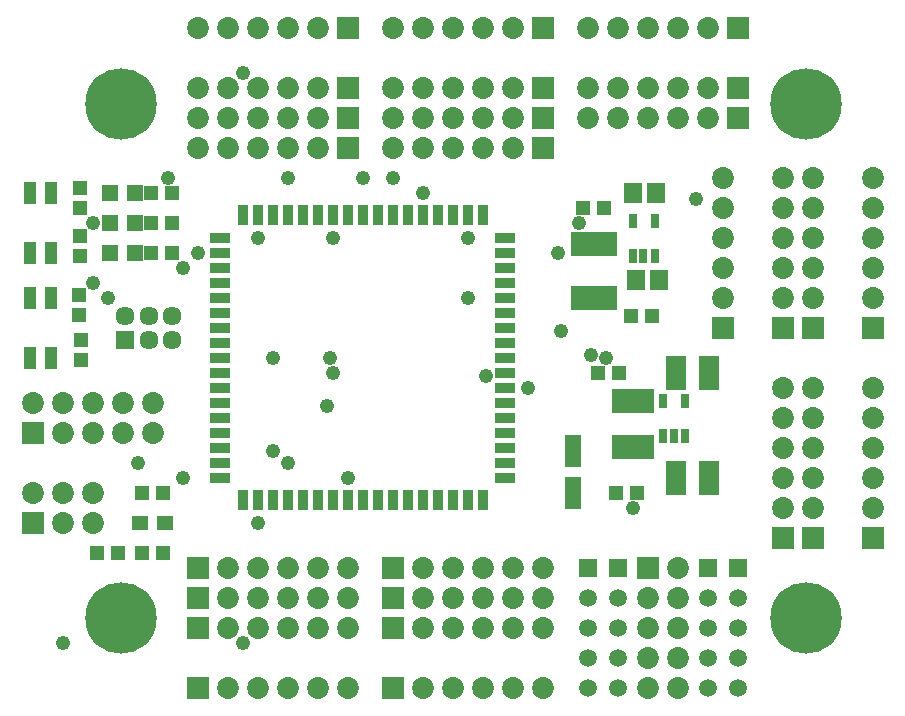
<source format=gts>
G75*
G70*
%OFA0B0*%
%FSLAX24Y24*%
%IPPOS*%
%LPD*%
%AMOC8*
5,1,8,0,0,1.08239X$1,22.5*
%
%ADD10C,0.2380*%
%ADD11R,0.0680X0.0380*%
%ADD12R,0.0380X0.0680*%
%ADD13R,0.0474X0.0513*%
%ADD14R,0.0513X0.0474*%
%ADD15R,0.0552X0.0474*%
%ADD16R,0.0400X0.0740*%
%ADD17R,0.0580X0.1080*%
%ADD18R,0.1580X0.0840*%
%ADD19R,0.0710X0.1143*%
%ADD20R,0.1419X0.0828*%
%ADD21R,0.0730X0.0730*%
%ADD22C,0.0730*%
%ADD23R,0.0634X0.0634*%
%ADD24C,0.0634*%
%ADD25R,0.0552X0.0552*%
%ADD26R,0.0592X0.0671*%
%ADD27R,0.0280X0.0480*%
%ADD28R,0.0595X0.0595*%
%ADD29C,0.0595*%
%ADD30C,0.0480*%
D10*
X009806Y005739D03*
X032636Y005739D03*
X032636Y022869D03*
X009806Y022869D03*
D11*
X013116Y018399D03*
X013116Y017899D03*
X013116Y017399D03*
X013116Y016899D03*
X013116Y016399D03*
X013116Y015899D03*
X013116Y015399D03*
X013116Y014899D03*
X013116Y014399D03*
X013116Y013899D03*
X013116Y013399D03*
X013116Y012899D03*
X013116Y012399D03*
X013116Y011899D03*
X013116Y011399D03*
X013116Y010899D03*
X013116Y010399D03*
X022616Y010399D03*
X022616Y010899D03*
X022616Y011399D03*
X022616Y011899D03*
X022616Y012399D03*
X022616Y012899D03*
X022616Y013399D03*
X022616Y013899D03*
X022616Y014399D03*
X022616Y014899D03*
X022616Y015399D03*
X022616Y015899D03*
X022616Y016399D03*
X022616Y016899D03*
X022616Y017399D03*
X022616Y017899D03*
X022616Y018399D03*
D12*
X021866Y019149D03*
X021366Y019149D03*
X020866Y019149D03*
X020366Y019149D03*
X019866Y019149D03*
X019366Y019149D03*
X018866Y019149D03*
X018366Y019149D03*
X017866Y019149D03*
X017366Y019149D03*
X016866Y019149D03*
X016366Y019149D03*
X015866Y019149D03*
X015366Y019149D03*
X014866Y019149D03*
X014366Y019149D03*
X013866Y019149D03*
X013866Y009649D03*
X014366Y009649D03*
X014866Y009649D03*
X015366Y009649D03*
X015866Y009649D03*
X016366Y009649D03*
X016866Y009649D03*
X017366Y009649D03*
X017866Y009649D03*
X018366Y009649D03*
X018866Y009649D03*
X019366Y009649D03*
X019866Y009649D03*
X020366Y009649D03*
X020866Y009649D03*
X021366Y009649D03*
X021866Y009649D03*
D13*
X008476Y014324D03*
X008476Y014993D03*
X008416Y015844D03*
X008416Y016513D03*
X008456Y017804D03*
X008456Y018473D03*
X008446Y019384D03*
X008446Y020053D03*
D14*
X010831Y019899D03*
X011500Y019899D03*
X011500Y018899D03*
X010831Y018899D03*
X010831Y017899D03*
X011500Y017899D03*
X011200Y009899D03*
X010531Y009899D03*
X010531Y007899D03*
X011200Y007899D03*
X009700Y007899D03*
X009031Y007899D03*
X025231Y019399D03*
X025900Y019399D03*
X026831Y015799D03*
X027500Y015799D03*
X026400Y013899D03*
X025731Y013899D03*
X026331Y009899D03*
X027000Y009899D03*
D15*
X011299Y008899D03*
X010433Y008899D03*
D16*
X007466Y014399D03*
X006766Y014399D03*
X006766Y016399D03*
X007466Y016399D03*
X007466Y017899D03*
X006766Y017899D03*
X006766Y019899D03*
X007466Y019899D03*
D17*
X024866Y011299D03*
X024866Y009899D03*
D18*
X025566Y016399D03*
X025566Y018199D03*
D19*
X028315Y013899D03*
X029417Y013899D03*
X029417Y010399D03*
X028315Y010399D03*
D20*
X026866Y011431D03*
X026866Y012966D03*
D21*
X029866Y015399D03*
X031866Y015399D03*
X032866Y015399D03*
X034866Y015399D03*
X034866Y008399D03*
X032866Y008399D03*
X031866Y008399D03*
X027366Y007399D03*
X018866Y007399D03*
X018866Y006399D03*
X018866Y005399D03*
X018866Y003399D03*
X012366Y003399D03*
X012366Y005399D03*
X012366Y006399D03*
X012366Y007399D03*
X006866Y008899D03*
X006866Y011899D03*
X017366Y021399D03*
X017366Y022399D03*
X017366Y023399D03*
X017366Y025399D03*
X023866Y025399D03*
X023866Y023399D03*
X023866Y022399D03*
X023866Y021399D03*
X030366Y022399D03*
X030366Y023399D03*
X030366Y025399D03*
D22*
X029366Y025399D03*
X028366Y025399D03*
X027366Y025399D03*
X026366Y025399D03*
X025366Y025399D03*
X022866Y025399D03*
X021866Y025399D03*
X020866Y025399D03*
X019866Y025399D03*
X018866Y025399D03*
X016366Y025399D03*
X015366Y025399D03*
X014366Y025399D03*
X013366Y025399D03*
X012366Y025399D03*
X012366Y023399D03*
X013366Y023399D03*
X014366Y023399D03*
X015366Y023399D03*
X016366Y023399D03*
X016366Y022399D03*
X015366Y022399D03*
X014366Y022399D03*
X013366Y022399D03*
X012366Y022399D03*
X012366Y021399D03*
X013366Y021399D03*
X014366Y021399D03*
X015366Y021399D03*
X016366Y021399D03*
X018866Y021399D03*
X019866Y021399D03*
X020866Y021399D03*
X021866Y021399D03*
X022866Y021399D03*
X022866Y022399D03*
X022866Y023399D03*
X021866Y023399D03*
X020866Y023399D03*
X019866Y023399D03*
X018866Y023399D03*
X018866Y022399D03*
X019866Y022399D03*
X020866Y022399D03*
X021866Y022399D03*
X025366Y022399D03*
X025366Y023399D03*
X026366Y023399D03*
X027366Y023399D03*
X028366Y023399D03*
X029366Y023399D03*
X029366Y022399D03*
X028366Y022399D03*
X027366Y022399D03*
X026366Y022399D03*
X029866Y020399D03*
X029866Y019399D03*
X029866Y018399D03*
X029866Y017399D03*
X029866Y016399D03*
X031866Y016399D03*
X031866Y017399D03*
X032866Y017399D03*
X032866Y016399D03*
X034866Y016399D03*
X034866Y017399D03*
X034866Y018399D03*
X034866Y019399D03*
X034866Y020399D03*
X032866Y020399D03*
X031866Y020399D03*
X031866Y019399D03*
X032866Y019399D03*
X032866Y018399D03*
X031866Y018399D03*
X031866Y013399D03*
X032866Y013399D03*
X032866Y012399D03*
X031866Y012399D03*
X031866Y011399D03*
X032866Y011399D03*
X032866Y010399D03*
X031866Y010399D03*
X031866Y009399D03*
X032866Y009399D03*
X034866Y009399D03*
X034866Y010399D03*
X034866Y011399D03*
X034866Y012399D03*
X034866Y013399D03*
X028366Y007399D03*
X028366Y006399D03*
X027366Y006399D03*
X027366Y005399D03*
X028366Y005399D03*
X028366Y004399D03*
X027366Y004399D03*
X027366Y003399D03*
X028366Y003399D03*
X023866Y003399D03*
X022866Y003399D03*
X021866Y003399D03*
X020866Y003399D03*
X019866Y003399D03*
X017366Y003399D03*
X016366Y003399D03*
X015366Y003399D03*
X014366Y003399D03*
X013366Y003399D03*
X013366Y005399D03*
X014366Y005399D03*
X015366Y005399D03*
X016366Y005399D03*
X017366Y005399D03*
X017366Y006399D03*
X016366Y006399D03*
X016366Y007399D03*
X017366Y007399D03*
X015366Y007399D03*
X014366Y007399D03*
X013366Y007399D03*
X013366Y006399D03*
X014366Y006399D03*
X015366Y006399D03*
X019866Y006399D03*
X019866Y007399D03*
X020866Y007399D03*
X021866Y007399D03*
X022866Y007399D03*
X023866Y007399D03*
X023866Y006399D03*
X022866Y006399D03*
X021866Y006399D03*
X020866Y006399D03*
X020866Y005399D03*
X021866Y005399D03*
X022866Y005399D03*
X023866Y005399D03*
X019866Y005399D03*
X010866Y011899D03*
X009866Y011899D03*
X008866Y011899D03*
X007866Y011899D03*
X007866Y012899D03*
X006866Y012899D03*
X008866Y012899D03*
X009866Y012899D03*
X010866Y012899D03*
X008866Y009899D03*
X007866Y009899D03*
X006866Y009899D03*
X007866Y008899D03*
X008866Y008899D03*
D23*
X009948Y015015D03*
D24*
X010736Y015015D03*
X011523Y015015D03*
X011523Y015802D03*
X010736Y015802D03*
X009948Y015802D03*
D25*
X010279Y017899D03*
X009452Y017899D03*
X009452Y018899D03*
X010279Y018899D03*
X010279Y019899D03*
X009452Y019899D03*
D26*
X026892Y019899D03*
X027640Y019899D03*
X027740Y016999D03*
X026992Y016999D03*
D27*
X026866Y017799D03*
X027226Y017799D03*
X027616Y017799D03*
X027616Y018949D03*
X026866Y018949D03*
X027866Y012949D03*
X028616Y012949D03*
X028616Y011799D03*
X028236Y011799D03*
X027866Y011799D03*
D28*
X029366Y007399D03*
X030366Y007399D03*
X026366Y007399D03*
X025366Y007399D03*
D29*
X025366Y006399D03*
X026366Y006399D03*
X026366Y005399D03*
X025366Y005399D03*
X025366Y004399D03*
X026366Y004399D03*
X026366Y003399D03*
X025366Y003399D03*
X029366Y003399D03*
X030366Y003399D03*
X030366Y004399D03*
X030366Y005399D03*
X029366Y005399D03*
X029366Y004399D03*
X029366Y006399D03*
X030366Y006399D03*
D30*
X007866Y004899D03*
X013866Y004899D03*
X014366Y008899D03*
X015366Y010899D03*
X014866Y011299D03*
X016666Y012799D03*
X016866Y013899D03*
X016766Y014399D03*
X014866Y014399D03*
X011866Y017399D03*
X012366Y017899D03*
X014366Y018399D03*
X016866Y018399D03*
X017866Y020399D03*
X018866Y020399D03*
X019866Y019899D03*
X021366Y018399D03*
X021366Y016399D03*
X024466Y015299D03*
X025466Y014499D03*
X025966Y014399D03*
X023366Y013399D03*
X021966Y013799D03*
X017366Y010399D03*
X011866Y010399D03*
X010366Y010899D03*
X009366Y016399D03*
X008866Y016899D03*
X008866Y018899D03*
X011366Y020399D03*
X015366Y020399D03*
X013866Y023899D03*
X024366Y017899D03*
X025066Y018899D03*
X028966Y019699D03*
X026866Y009399D03*
M02*

</source>
